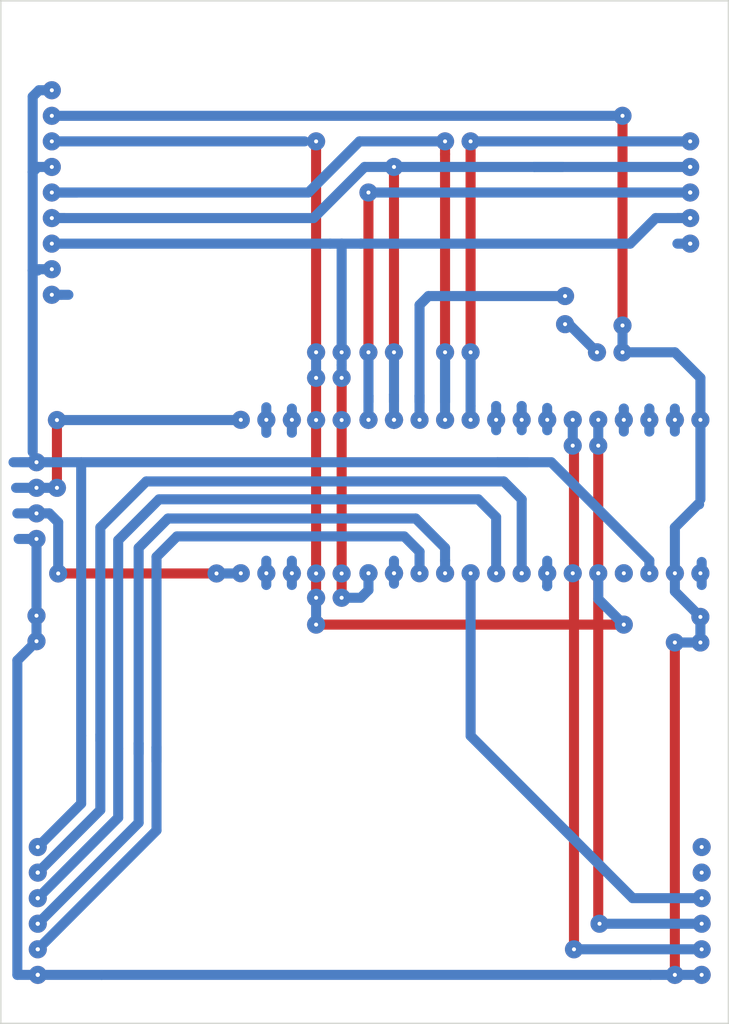
<source format=kicad_pcb>
(kicad_pcb (version 20171130) (host pcbnew "(5.0.1-3-g963ef8bb5)")

  (general
    (thickness 1.6)
    (drawings 5)
    (tracks 361)
    (zones 0)
    (modules 0)
    (nets 1)
  )

  (page A4)
  (layers
    (0 F.Cu signal)
    (31 B.Cu signal)
    (32 B.Adhes user)
    (33 F.Adhes user)
    (34 B.Paste user)
    (35 F.Paste user)
    (36 B.SilkS user)
    (37 F.SilkS user)
    (38 B.Mask user)
    (39 F.Mask user)
    (40 Dwgs.User user)
    (41 Cmts.User user)
    (42 Eco1.User user)
    (43 Eco2.User user)
    (44 Edge.Cuts user)
    (45 Margin user)
    (46 B.CrtYd user)
    (47 F.CrtYd user)
    (48 B.Fab user)
    (49 F.Fab user)
  )

  (setup
    (last_trace_width 1)
    (trace_clearance 0.2)
    (zone_clearance 0.508)
    (zone_45_only no)
    (trace_min 0.2)
    (segment_width 0.2)
    (edge_width 0.15)
    (via_size 1.8)
    (via_drill 0.4)
    (via_min_size 0.4)
    (via_min_drill 0.3)
    (uvia_size 0.3)
    (uvia_drill 0.1)
    (uvias_allowed no)
    (uvia_min_size 0.2)
    (uvia_min_drill 0.1)
    (pcb_text_width 0.3)
    (pcb_text_size 1.5 1.5)
    (mod_edge_width 0.15)
    (mod_text_size 1 1)
    (mod_text_width 0.15)
    (pad_size 1.524 1.524)
    (pad_drill 0.762)
    (pad_to_mask_clearance 0.051)
    (solder_mask_min_width 0.25)
    (aux_axis_origin 0 0)
    (visible_elements FFFFFF7F)
    (pcbplotparams
      (layerselection 0x010fc_ffffffff)
      (usegerberextensions false)
      (usegerberattributes false)
      (usegerberadvancedattributes false)
      (creategerberjobfile false)
      (excludeedgelayer true)
      (linewidth 0.150000)
      (plotframeref false)
      (viasonmask false)
      (mode 1)
      (useauxorigin false)
      (hpglpennumber 1)
      (hpglpenspeed 20)
      (hpglpendiameter 15.000000)
      (psnegative false)
      (psa4output false)
      (plotreference true)
      (plotvalue true)
      (plotinvisibletext false)
      (padsonsilk false)
      (subtractmaskfromsilk false)
      (outputformat 1)
      (mirror false)
      (drillshape 1)
      (scaleselection 1)
      (outputdirectory ""))
  )

  (net 0 "")

  (net_class Default "This is the default net class."
    (clearance 0.2)
    (trace_width 1)
    (via_dia 1.8)
    (via_drill 0.4)
    (uvia_dia 0.3)
    (uvia_drill 0.1)
  )

  (net_class neti ""
    (clearance 0.2)
    (trace_width 0.8)
    (via_dia 3)
    (via_drill 0.4)
    (uvia_dia 0.3)
    (uvia_drill 0.1)
  )

  (gr_text "V2 PSRAM\n" (at 167.005 32.258) (layer Eco2.User)
    (effects (font (size 1.5 1.5) (thickness 0.3)))
  )
  (gr_line (start 145.161 130.683) (end 145.161 29.083) (layer Edge.Cuts) (width 0.15) (tstamp 5DC5CC49))
  (gr_line (start 217.551 29.083) (end 217.551 130.683) (layer Edge.Cuts) (width 0.15) (tstamp 5DC5CC48))
  (gr_line (start 145.161 29.083) (end 217.551 29.083) (layer Edge.Cuts) (width 0.15) (tstamp 5DC5CC47))
  (gr_line (start 145.161 130.683) (end 217.551 130.683) (layer Edge.Cuts) (width 0.15) (tstamp 5DC5CC46))

  (segment (start 148.844 125.857) (end 155.194 125.857) (width 1) (layer B.Cu) (net 0) (tstamp 5DC5CAE5))
  (segment (start 212.471 50.673) (end 213.741 50.673) (width 1) (layer B.Cu) (net 0) (tstamp 5DC5CAEC))
  (segment (start 212.471 53.213) (end 213.741 53.213) (width 1) (layer B.Cu) (net 0) (tstamp 5DC5CAED))
  (segment (start 150.241 48.133) (end 152.781 48.133) (width 1) (layer B.Cu) (net 0) (tstamp 5DC5CAF2))
  (segment (start 150.241 50.673) (end 151.511 50.673) (width 1) (layer B.Cu) (net 0) (tstamp 5DC5CAF4))
  (segment (start 155.194 125.857) (end 209.804 125.857) (width 1) (layer B.Cu) (net 0) (tstamp 5DC5CB2B))
  (segment (start 209.804 125.857) (end 212.217 125.857) (width 1) (layer B.Cu) (net 0) (tstamp 5DC5CB54))
  (via (at 196.979941 85.957485) (size 0.8) (drill 0.4) (layers F.Cu B.Cu) (net 0) (tstamp 5DC5CB68))
  (via (at 148.844 115.697) (size 0.8) (drill 0.4) (layers F.Cu B.Cu) (net 0) (tstamp 5DC5CB6E))
  (via (at 213.741 53.213) (size 0.8) (drill 0.4) (layers F.Cu B.Cu) (net 0) (tstamp 5DC5CB6F))
  (via (at 213.741 50.673) (size 0.8) (drill 0.4) (layers F.Cu B.Cu) (net 0) (tstamp 5DC5CB70))
  (via (at 148.844 118.237) (size 0.8) (drill 0.4) (layers F.Cu B.Cu) (net 0) (tstamp 5DC5CB71))
  (via (at 213.741 48.133) (size 0.8) (drill 0.4) (layers F.Cu B.Cu) (net 0) (tstamp 5DC5CB73))
  (via (at 148.844 123.317) (size 0.8) (drill 0.4) (layers F.Cu B.Cu) (net 0) (tstamp 5DC5CB74))
  (via (at 148.844 125.857) (size 0.8) (drill 0.4) (layers F.Cu B.Cu) (net 0) (tstamp 5DC5CB75))
  (via (at 213.741 45.593) (size 0.8) (drill 0.4) (layers F.Cu B.Cu) (net 0) (tstamp 5DC5CB76))
  (via (at 148.844 118.237) (size 0.8) (drill 0.4) (layers F.Cu B.Cu) (net 0) (tstamp 5DC5CB7B))
  (via (at 148.844 118.237) (size 0.8) (drill 0.4) (layers F.Cu B.Cu) (net 0) (tstamp 5DC5CB7C))
  (via (at 148.844 120.777) (size 0.8) (drill 0.4) (layers F.Cu B.Cu) (net 0) (tstamp 5DC5CB7D))
  (via (at 196.979941 85.957485) (size 0.8) (drill 0.4) (layers F.Cu B.Cu) (net 0) (tstamp 5DC5CB8B))
  (via (at 196.979941 85.957485) (size 1.2) (drill 0.4) (layers F.Cu B.Cu) (net 0) (tstamp 5DC5CB8C))
  (via (at 204.599941 85.957485) (size 0.8) (drill 0.4) (layers F.Cu B.Cu) (net 0) (tstamp 5DC5CBA5))
  (via (at 196.979941 85.957485) (size 0.8) (drill 0.4) (layers F.Cu B.Cu) (net 0) (tstamp 5DC5CBAB))
  (via (at 196.979941 85.957485) (size 1.5) (drill 0.4) (layers F.Cu B.Cu) (net 0) (tstamp 5DC5CBAC))
  (via (at 213.741 45.593) (size 0.8) (drill 0.4) (layers F.Cu B.Cu) (net 0) (tstamp 5DC5CBB9))
  (via (at 213.741 45.593) (size 1.5) (drill 0.4) (layers F.Cu B.Cu) (net 0) (tstamp 5DC5CBBA))
  (via (at 213.741 48.133) (size 0.8) (drill 0.4) (layers F.Cu B.Cu) (net 0) (tstamp 5DC5CBBB))
  (via (at 213.741 48.133) (size 1.5) (drill 0.4) (layers F.Cu B.Cu) (net 0) (tstamp 5DC5CBBC))
  (via (at 213.741 50.673) (size 0.8) (drill 0.4) (layers F.Cu B.Cu) (net 0) (tstamp 5DC5CBBD))
  (via (at 213.741 50.673) (size 1.5) (drill 0.4) (layers F.Cu B.Cu) (net 0) (tstamp 5DC5CBBE))
  (via (at 213.741 53.213) (size 0.8) (drill 0.4) (layers F.Cu B.Cu) (net 0) (tstamp 5DC5CBBF))
  (via (at 213.741 53.213) (size 1.5) (drill 0.4) (layers F.Cu B.Cu) (net 0) (tstamp 5DC5CBC0))
  (via (at 148.844 115.697) (size 0.8) (drill 0.4) (layers F.Cu B.Cu) (net 0) (tstamp 5DC5CBC1))
  (via (at 148.844 118.237) (size 0.8) (drill 0.4) (layers F.Cu B.Cu) (net 0) (tstamp 5DC5CBC2))
  (via (at 148.844 118.237) (size 1.5) (drill 0.4) (layers F.Cu B.Cu) (net 0) (tstamp 5DC5CBC3))
  (via (at 148.844 120.777) (size 0.8) (drill 0.4) (layers F.Cu B.Cu) (net 0) (tstamp 5DC5CBC4))
  (via (at 148.844 120.777) (size 1.5) (drill 0.4) (layers F.Cu B.Cu) (net 0) (tstamp 5DC5CBC5))
  (via (at 148.844 123.317) (size 0.8) (drill 0.4) (layers F.Cu B.Cu) (net 0) (tstamp 5DC5CBC6))
  (via (at 148.844 123.317) (size 1.5) (drill 0.4) (layers F.Cu B.Cu) (net 0) (tstamp 5DC5CBC7))
  (via (at 148.844 125.857) (size 0.8) (drill 0.4) (layers F.Cu B.Cu) (net 0) (tstamp 5DC5CBC8))
  (via (at 148.844 125.857) (size 1.5) (drill 0.4) (layers F.Cu B.Cu) (net 0) (tstamp 5DC5CBC9))
  (via (at 148.844 115.697) (size 0.8) (drill 0.4) (layers F.Cu B.Cu) (net 0) (tstamp 5DC5CBCA))
  (via (at 148.844 115.697) (size 1.5) (drill 0.4) (layers F.Cu B.Cu) (net 0) (tstamp 5DC5CBCB))
  (via (at 148.844 115.697) (size 0.8) (drill 0.4) (layers F.Cu B.Cu) (net 0) (tstamp 5DC5CBCC))
  (via (at 148.844 115.697) (size 1.8) (drill 0.4) (layers F.Cu B.Cu) (net 0) (tstamp 5DC5CBCD))
  (via (at 148.844 118.237) (size 0.8) (drill 0.4) (layers F.Cu B.Cu) (net 0) (tstamp 5DC5CBCE))
  (via (at 148.844 118.237) (size 1.8) (drill 0.4) (layers F.Cu B.Cu) (net 0) (tstamp 5DC5CBCF))
  (via (at 148.844 120.777) (size 0.8) (drill 0.4) (layers F.Cu B.Cu) (net 0) (tstamp 5DC5CBD0))
  (via (at 148.844 120.777) (size 1.8) (drill 0.4) (layers F.Cu B.Cu) (net 0) (tstamp 5DC5CBD1))
  (via (at 148.844 123.317) (size 0.8) (drill 0.4) (layers F.Cu B.Cu) (net 0) (tstamp 5DC5CBD2))
  (via (at 148.844 123.317) (size 1.8) (drill 0.4) (layers F.Cu B.Cu) (net 0) (tstamp 5DC5CBD3))
  (via (at 148.844 125.857) (size 0.8) (drill 0.4) (layers F.Cu B.Cu) (net 0) (tstamp 5DC5CBD4))
  (via (at 148.844 125.857) (size 1.8) (drill 0.4) (layers F.Cu B.Cu) (net 0) (tstamp 5DC5CBD5))
  (via (at 213.741 45.593) (size 0.8) (drill 0.4) (layers F.Cu B.Cu) (net 0) (tstamp 5DC5CBD6))
  (via (at 213.741 45.593) (size 1.8) (drill 0.4) (layers F.Cu B.Cu) (net 0) (tstamp 5DC5CBD7))
  (via (at 213.741 48.133) (size 0.8) (drill 0.4) (layers F.Cu B.Cu) (net 0) (tstamp 5DC5CBD8))
  (via (at 213.741 48.133) (size 1.8) (drill 0.4) (layers F.Cu B.Cu) (net 0) (tstamp 5DC5CBD9))
  (via (at 213.741 50.673) (size 0.8) (drill 0.4) (layers F.Cu B.Cu) (net 0) (tstamp 5DC5CBDA))
  (via (at 213.741 50.673) (size 1.8) (drill 0.4) (layers F.Cu B.Cu) (net 0) (tstamp 5DC5CBDB))
  (via (at 213.741 53.213) (size 0.8) (drill 0.4) (layers F.Cu B.Cu) (net 0) (tstamp 5DC5CBDC))
  (via (at 213.741 53.213) (size 1.8) (drill 0.4) (layers F.Cu B.Cu) (net 0) (tstamp 5DC5CBDD))
  (via (at 181.739941 85.957485) (size 1.8) (drill 0.4) (layers F.Cu B.Cu) (net 0) (tstamp 5DC5CBDF))
  (via (at 184.279941 85.957485) (size 1.8) (drill 0.4) (layers F.Cu B.Cu) (net 0) (tstamp 5DC5CBE1))
  (via (at 186.819941 85.957485) (size 1.8) (drill 0.4) (layers F.Cu B.Cu) (net 0) (tstamp 5DC5CBE3))
  (via (at 189.359941 85.957485) (size 1.8) (drill 0.4) (layers F.Cu B.Cu) (net 0) (tstamp 5DC5CBE5))
  (via (at 191.899941 85.957485) (size 1.8) (drill 0.4) (layers F.Cu B.Cu) (net 0) (tstamp 5DC5CBE7))
  (via (at 196.979941 85.957485) (size 0.8) (drill 0.4) (layers F.Cu B.Cu) (net 0) (tstamp 5DC5CBEA))
  (via (at 196.979941 85.957485) (size 1.8) (drill 0.4) (layers F.Cu B.Cu) (net 0) (tstamp 5DC5CBEB))
  (via (at 199.519941 85.957485) (size 1.8) (drill 0.4) (layers F.Cu B.Cu) (net 0) (tstamp 5DC5CBED))
  (via (at 202.059941 85.957485) (size 1.8) (drill 0.4) (layers F.Cu B.Cu) (net 0) (tstamp 5DC5CBEF))
  (via (at 204.599941 85.957485) (size 0.8) (drill 0.4) (layers F.Cu B.Cu) (net 0) (tstamp 5DC5CBF0))
  (via (at 204.599941 85.957485) (size 1.8) (drill 0.4) (layers F.Cu B.Cu) (net 0) (tstamp 5DC5CBF1))
  (via (at 207.139941 85.957485) (size 1.8) (drill 0.4) (layers F.Cu B.Cu) (net 0) (tstamp 5DC5CBF3))
  (via (at 209.679941 85.957485) (size 1.8) (drill 0.4) (layers F.Cu B.Cu) (net 0) (tstamp 5DC5CBF5))
  (via (at 212.219941 85.957485) (size 1.8) (drill 0.4) (layers F.Cu B.Cu) (net 0) (tstamp 5DC5CBF7))
  (via (at 214.884 125.857) (size 1.8) (drill 0.4) (layers F.Cu B.Cu) (net 0) (tstamp 5DC5CBFA))
  (via (at 214.884 123.317) (size 1.8) (drill 0.4) (layers F.Cu B.Cu) (net 0) (tstamp 5DC5CBFB))
  (via (at 214.884 120.777) (size 1.8) (drill 0.4) (layers F.Cu B.Cu) (net 0) (tstamp 5DC5CBFC))
  (via (at 214.884 118.237) (size 1.8) (drill 0.4) (layers F.Cu B.Cu) (net 0) (tstamp 5DC5CBFD))
  (via (at 214.884 115.697) (size 1.8) (drill 0.4) (layers F.Cu B.Cu) (net 0) (tstamp 5DC5CBFE))
  (via (at 214.884 113.157) (size 1.8) (drill 0.4) (layers F.Cu B.Cu) (net 0) (tstamp 5DC5CBFF))
  (via (at 148.717 92.71) (size 1.8) (drill 0.4) (layers F.Cu B.Cu) (net 0) (tstamp 5DC5CC0B))
  (via (at 148.844 113.157) (size 1.8) (drill 0.4) (layers F.Cu B.Cu) (net 0) (tstamp 5DC5CC0D))
  (via (at 214.757 90.297) (size 1.8) (drill 0.4) (layers F.Cu B.Cu) (net 0) (tstamp 5DC5CC0E))
  (via (at 214.757 92.837) (size 1.8) (drill 0.4) (layers F.Cu B.Cu) (net 0) (tstamp 5DC5CC0F))
  (via (at 150.241 48.133) (size 1.8) (drill 0.4) (layers F.Cu B.Cu) (net 0) (tstamp 5DC5CC10))
  (via (at 150.241 45.593) (size 1.8) (drill 0.4) (layers F.Cu B.Cu) (net 0) (tstamp 5DC5CC11))
  (via (at 150.241 50.673) (size 1.8) (drill 0.4) (layers F.Cu B.Cu) (net 0) (tstamp 5DC5CC12))
  (via (at 150.241 53.213) (size 1.8) (drill 0.4) (layers F.Cu B.Cu) (net 0) (tstamp 5DC5CC13))
  (via (at 150.241 43.053) (size 1.8) (drill 0.4) (layers F.Cu B.Cu) (net 0) (tstamp 5DC5CC14))
  (via (at 150.241 40.513) (size 1.8) (drill 0.4) (layers F.Cu B.Cu) (net 0) (tstamp 5DC5CC15))
  (via (at 150.241 55.753) (size 1.8) (drill 0.4) (layers F.Cu B.Cu) (net 0) (tstamp 5DC5CC16))
  (via (at 150.241 58.293) (size 1.8) (drill 0.4) (layers F.Cu B.Cu) (net 0) (tstamp 5DC5CC17))
  (via (at 150.241 37.973) (size 1.8) (drill 0.4) (layers F.Cu B.Cu) (net 0) (tstamp 5DC5CC18))
  (via (at 181.739941 70.717485) (size 1.8) (drill 0.4) (layers F.Cu B.Cu) (net 0) (tstamp 5DC5CC19))
  (via (at 184.279941 70.717485) (size 1.8) (drill 0.4) (layers F.Cu B.Cu) (net 0) (tstamp 5DC5CC1A))
  (via (at 186.819941 70.717485) (size 1.8) (drill 0.4) (layers F.Cu B.Cu) (net 0) (tstamp 5DC5CC1B))
  (via (at 191.899941 70.717485) (size 1.8) (drill 0.4) (layers F.Cu B.Cu) (net 0) (tstamp 5DC5CC1D))
  (via (at 194.439941 70.717485) (size 1.8) (drill 0.4) (layers F.Cu B.Cu) (net 0) (tstamp 5DC5CC1E))
  (via (at 196.979941 70.717485) (size 1.8) (drill 0.4) (layers F.Cu B.Cu) (net 0) (tstamp 5DC5CC1F))
  (via (at 199.519941 70.717485) (size 1.8) (drill 0.4) (layers F.Cu B.Cu) (net 0) (tstamp 5DC5CC20))
  (via (at 202.059941 70.717485) (size 1.8) (drill 0.4) (layers F.Cu B.Cu) (net 0) (tstamp 5DC5CC21))
  (via (at 204.599941 70.717485) (size 1.8) (drill 0.4) (layers F.Cu B.Cu) (net 0) (tstamp 5DC5CC22))
  (via (at 207.139941 70.717485) (size 1.8) (drill 0.4) (layers F.Cu B.Cu) (net 0) (tstamp 5DC5CC23))
  (via (at 209.679941 70.717485) (size 1.8) (drill 0.4) (layers F.Cu B.Cu) (net 0) (tstamp 5DC5CC24))
  (via (at 212.219941 70.717485) (size 1.8) (drill 0.4) (layers F.Cu B.Cu) (net 0) (tstamp 5DC5CC25))
  (via (at 214.759941 70.717485) (size 1.8) (drill 0.4) (layers F.Cu B.Cu) (net 0) (tstamp 5DC5CC26))
  (via (at 213.741 43.053) (size 1.8) (drill 0.4) (layers F.Cu B.Cu) (net 0) (tstamp 5DC5CC3F))
  (via (at 148.717 90.17) (size 1.8) (drill 0.4) (layers F.Cu B.Cu) (net 0) (tstamp 5DC5CC0C))
  (segment (start 210.312 50.673) (end 213.741 50.673) (width 1) (layer B.Cu) (net 0))
  (segment (start 207.772 53.213) (end 210.312 50.673) (width 1) (layer B.Cu) (net 0))
  (segment (start 150.241 53.213) (end 177.927 53.213) (width 1) (layer B.Cu) (net 0))
  (segment (start 180.975 53.213) (end 180.977941 53.215941) (width 1) (layer B.Cu) (net 0))
  (segment (start 180.975 53.213) (end 207.772 53.213) (width 1) (layer B.Cu) (net 0))
  (segment (start 212.219941 87.759941) (end 214.757 90.297) (width 1) (layer B.Cu) (net 0))
  (segment (start 212.219941 85.957485) (end 212.219941 87.759941) (width 1) (layer B.Cu) (net 0))
  (via (at 181.737 48.133) (size 1.8) (drill 0.4) (layers F.Cu B.Cu) (net 0))
  (segment (start 213.741 48.133) (end 181.737 48.133) (width 1) (layer B.Cu) (net 0))
  (segment (start 181.737 70.714544) (end 181.739941 70.717485) (width 1) (layer B.Cu) (net 0))
  (via (at 184.277 45.593) (size 1.8) (drill 0.4) (layers F.Cu B.Cu) (net 0))
  (segment (start 184.277 45.593) (end 184.277 64.008) (width 1) (layer F.Cu) (net 0))
  (segment (start 198.247 45.593) (end 213.741 45.593) (width 1) (layer B.Cu) (net 0))
  (segment (start 198.247 45.593) (end 201.041 45.593) (width 1) (layer B.Cu) (net 0))
  (segment (start 186.819941 83.82) (end 186.692941 83.693) (width 1) (layer B.Cu) (net 0))
  (via (at 148.717 82.55) (size 1.8) (drill 0.4) (layers F.Cu B.Cu) (net 0) (tstamp 5DC69DC9))
  (via (at 148.717 80.01) (size 1.8) (drill 0.4) (layers F.Cu B.Cu) (net 0) (tstamp 5DC69DCA))
  (via (at 148.717 77.47) (size 1.8) (drill 0.4) (layers F.Cu B.Cu) (net 0) (tstamp 5DC69DCB))
  (via (at 148.717 74.93) (size 1.8) (drill 0.4) (layers F.Cu B.Cu) (net 0) (tstamp 5DC69DCC))
  (segment (start 186.819941 85.957485) (end 186.819941 83.82) (width 1) (layer B.Cu) (net 0))
  (via (at 194.439941 85.957485) (size 1.8) (drill 0.4) (layers F.Cu B.Cu) (net 0) (tstamp 5DC5CBE9))
  (via (at 214.759941 85.957485) (size 1.8) (drill 0.4) (layers F.Cu B.Cu) (net 0) (tstamp 5DC5CBF9))
  (via (at 189.359941 70.717485) (size 1.8) (drill 0.4) (layers F.Cu B.Cu) (net 0) (tstamp 5DC5CC1C))
  (via (at 169.039941 70.717485) (size 1.8) (drill 0.4) (layers F.Cu B.Cu) (net 0) (tstamp 5DC6A067))
  (via (at 171.579941 70.717485) (size 1.8) (drill 0.4) (layers F.Cu B.Cu) (net 0) (tstamp 5DC6A068))
  (via (at 174.119941 70.717485) (size 1.8) (drill 0.4) (layers F.Cu B.Cu) (net 0) (tstamp 5DC6A069))
  (via (at 181.739941 70.717485) (size 1.8) (drill 0.4) (layers F.Cu B.Cu) (net 0) (tstamp 5DC6A06C))
  (via (at 184.279941 70.717485) (size 1.8) (drill 0.4) (layers F.Cu B.Cu) (net 0) (tstamp 5DC6A06D))
  (via (at 169.039941 85.957485) (size 1.8) (drill 0.4) (layers F.Cu B.Cu) (net 0) (tstamp 5DC6A067))
  (via (at 171.579941 85.957485) (size 1.8) (drill 0.4) (layers F.Cu B.Cu) (net 0) (tstamp 5DC6A068))
  (via (at 174.119941 85.957485) (size 1.8) (drill 0.4) (layers F.Cu B.Cu) (net 0) (tstamp 5DC6A069))
  (via (at 181.739941 85.957485) (size 1.8) (drill 0.4) (layers F.Cu B.Cu) (net 0) (tstamp 5DC6A06C))
  (via (at 184.279941 85.957485) (size 1.8) (drill 0.4) (layers F.Cu B.Cu) (net 0) (tstamp 5DC6A06D))
  (via (at 179.07 88.392) (size 1.8) (drill 0.4) (layers F.Cu B.Cu) (net 0))
  (segment (start 148.717 74.93) (end 151.765 74.93) (width 1) (layer B.Cu) (net 0))
  (segment (start 148.717 82.55) (end 148.717 90.17) (width 1) (layer B.Cu) (net 0))
  (via (at 166.624 85.979) (size 1.8) (drill 0.4) (layers F.Cu B.Cu) (net 0))
  (segment (start 153.162 102.108) (end 153.162 74.93) (width 1) (layer B.Cu) (net 0))
  (segment (start 151.765 74.93) (end 153.162 74.93) (width 1) (layer B.Cu) (net 0))
  (via (at 150.749 77.47) (size 1.8) (drill 0.4) (layers F.Cu B.Cu) (net 0))
  (via (at 150.876 85.979) (size 1.8) (drill 0.4) (layers F.Cu B.Cu) (net 0))
  (segment (start 148.717 77.47) (end 150.749 77.47) (width 1) (layer B.Cu) (net 0))
  (segment (start 186.817 70.714544) (end 186.819941 70.717485) (width 1) (layer B.Cu) (net 0))
  (via (at 189.357 43.053) (size 1.8) (drill 0.4) (layers F.Cu B.Cu) (net 0))
  (segment (start 189.357 44.325792) (end 189.357 64.008) (width 1) (layer F.Cu) (net 0))
  (segment (start 189.357 43.053) (end 189.357 44.325792) (width 1) (layer F.Cu) (net 0))
  (via (at 191.897 43.053) (size 1.8) (drill 0.4) (layers F.Cu B.Cu) (net 0))
  (segment (start 213.741 43.053) (end 191.897 43.053) (width 1) (layer B.Cu) (net 0))
  (segment (start 191.897 44.325792) (end 191.897 64.008) (width 1) (layer F.Cu) (net 0))
  (segment (start 191.897 43.053) (end 191.897 44.325792) (width 1) (layer F.Cu) (net 0))
  (via (at 150.749 70.739) (size 1.8) (drill 0.4) (layers F.Cu B.Cu) (net 0))
  (segment (start 150.749 70.739) (end 150.749 77.47) (width 1) (layer F.Cu) (net 0))
  (segment (start 169.018426 70.739) (end 169.039941 70.717485) (width 1) (layer B.Cu) (net 0))
  (segment (start 150.749 70.739) (end 169.018426 70.739) (width 1) (layer B.Cu) (net 0))
  (segment (start 169.018426 85.979) (end 169.039941 85.957485) (width 1) (layer B.Cu) (net 0))
  (segment (start 166.624 85.979) (end 169.018426 85.979) (width 1) (layer B.Cu) (net 0))
  (segment (start 149.989792 80.01) (end 150.876 80.896208) (width 1) (layer B.Cu) (net 0))
  (segment (start 148.717 80.01) (end 149.989792 80.01) (width 1) (layer B.Cu) (net 0))
  (segment (start 150.876 80.896208) (end 150.876 85.979) (width 1) (layer B.Cu) (net 0))
  (segment (start 152.148792 85.979) (end 166.624 85.979) (width 1) (layer F.Cu) (net 0))
  (segment (start 150.876 85.979) (end 152.148792 85.979) (width 1) (layer F.Cu) (net 0))
  (via (at 176.53 43.053) (size 1.8) (drill 0.4) (layers F.Cu B.Cu) (net 0))
  (segment (start 150.241 43.053) (end 175.387 43.053) (width 1) (layer B.Cu) (net 0))
  (segment (start 195.201941 76.835) (end 196.979941 78.613) (width 1) (layer B.Cu) (net 0))
  (segment (start 159.639 76.835) (end 195.201941 76.835) (width 1) (layer B.Cu) (net 0))
  (segment (start 155.067 81.407) (end 159.639 76.835) (width 1) (layer B.Cu) (net 0))
  (segment (start 196.979941 78.613) (end 196.979941 85.957485) (width 1) (layer B.Cu) (net 0))
  (segment (start 192.661941 78.613) (end 194.439941 80.391) (width 1) (layer B.Cu) (net 0))
  (segment (start 156.845 103.378) (end 156.845 82.677) (width 1) (layer B.Cu) (net 0))
  (segment (start 160.909 78.613) (end 192.661941 78.613) (width 1) (layer B.Cu) (net 0))
  (segment (start 194.439941 80.391) (end 194.439941 85.957485) (width 1) (layer B.Cu) (net 0))
  (segment (start 156.845 82.677) (end 160.909 78.613) (width 1) (layer B.Cu) (net 0))
  (segment (start 158.877 83.439) (end 161.798 80.518) (width 1) (layer B.Cu) (net 0))
  (segment (start 160.655 84.328) (end 162.687 82.296) (width 1) (layer B.Cu) (net 0))
  (segment (start 185.295941 82.296) (end 186.819941 83.82) (width 1) (layer B.Cu) (net 0))
  (segment (start 162.687 82.296) (end 185.295941 82.296) (width 1) (layer B.Cu) (net 0))
  (segment (start 181.718426 85.979) (end 181.739941 85.957485) (width 1) (layer B.Cu) (net 0))
  (via (at 179.07 66.548) (size 1.8) (drill 0.4) (layers F.Cu B.Cu) (net 0))
  (segment (start 179.07 65.275208) (end 179.07 64.135) (width 1) (layer B.Cu) (net 0))
  (segment (start 179.07 66.548) (end 179.07 65.275208) (width 1) (layer B.Cu) (net 0))
  (segment (start 179.07 53.213) (end 180.975 53.213) (width 1) (layer B.Cu) (net 0))
  (segment (start 177.927 53.213) (end 179.07 53.213) (width 1) (layer B.Cu) (net 0))
  (segment (start 176.276 50.673) (end 181.356 45.593) (width 1) (layer B.Cu) (net 0))
  (segment (start 150.241 50.673) (end 176.276 50.673) (width 1) (layer B.Cu) (net 0))
  (segment (start 181.356 45.593) (end 198.247 45.593) (width 1) (layer B.Cu) (net 0))
  (segment (start 180.848 43.053) (end 189.357 43.053) (width 1) (layer B.Cu) (net 0))
  (segment (start 175.768 48.133) (end 180.848 43.053) (width 1) (layer B.Cu) (net 0))
  (segment (start 150.241 48.133) (end 175.768 48.133) (width 1) (layer B.Cu) (net 0))
  (via (at 176.53 66.548) (size 1.8) (drill 0.4) (layers F.Cu B.Cu) (net 0))
  (via (at 176.53 64.008) (size 1.8) (drill 0.4) (layers F.Cu B.Cu) (net 0))
  (segment (start 179.07 64.135) (end 179.07 53.213) (width 1) (layer B.Cu) (net 0) (tstamp 5DC6D649))
  (via (at 179.07 64.008) (size 1.8) (drill 0.4) (layers F.Cu B.Cu) (net 0))
  (segment (start 181.737 64.008) (end 181.737 48.133) (width 1) (layer F.Cu) (net 0) (tstamp 5DC6D64B))
  (via (at 181.737 64.008) (size 1.8) (drill 0.4) (layers F.Cu B.Cu) (net 0))
  (via (at 184.277 64.008) (size 1.8) (drill 0.4) (layers F.Cu B.Cu) (net 0))
  (via (at 189.357 64.008) (size 1.8) (drill 0.4) (layers F.Cu B.Cu) (net 0))
  (via (at 191.897 64.008) (size 1.8) (drill 0.4) (layers F.Cu B.Cu) (net 0))
  (segment (start 184.279941 64.010941) (end 184.277 64.008) (width 1) (layer B.Cu) (net 0))
  (segment (start 181.739941 64.010941) (end 181.737 64.008) (width 1) (layer B.Cu) (net 0))
  (segment (start 189.359941 64.010941) (end 189.357 64.008) (width 1) (layer B.Cu) (net 0))
  (segment (start 189.359941 68.939485) (end 189.359941 64.010941) (width 1) (layer B.Cu) (net 0))
  (segment (start 176.53 43.053) (end 176.53 64.008) (width 1) (layer F.Cu) (net 0))
  (via (at 176.53 88.392) (size 1.8) (drill 0.4) (layers F.Cu B.Cu) (net 0))
  (via (at 176.53 91.059) (size 1.8) (drill 0.4) (layers F.Cu B.Cu) (net 0))
  (via (at 207.137 91.059) (size 1.8) (drill 0.4) (layers F.Cu B.Cu) (net 0))
  (segment (start 207.139941 91.056059) (end 207.137 91.059) (width 1) (layer B.Cu) (net 0))
  (segment (start 176.53 88.392) (end 176.53 91.059) (width 1) (layer B.Cu) (net 0))
  (segment (start 176.53 91.059) (end 207.137 91.059) (width 1) (layer F.Cu) (net 0))
  (segment (start 176.53 64.008) (end 176.53 66.548) (width 1) (layer B.Cu) (net 0))
  (segment (start 214.757 90.297) (end 214.757 92.837) (width 1) (layer B.Cu) (net 0))
  (segment (start 148.717 92.71) (end 148.717 90.17) (width 1) (layer B.Cu) (net 0))
  (segment (start 181.739941 85.957485) (end 181.504515 85.957485) (width 1) (layer B.Cu) (net 0))
  (via (at 202.057 73.279) (size 1.8) (drill 0.4) (layers F.Cu B.Cu) (net 0))
  (via (at 204.597 73.279) (size 1.8) (drill 0.4) (layers F.Cu B.Cu) (net 0))
  (segment (start 204.599941 73.276059) (end 204.597 73.279) (width 1) (layer B.Cu) (net 0))
  (segment (start 204.599941 70.717485) (end 204.599941 73.276059) (width 1) (layer B.Cu) (net 0))
  (segment (start 202.059941 73.276059) (end 202.057 73.279) (width 1) (layer B.Cu) (net 0))
  (segment (start 202.059941 70.717485) (end 202.059941 73.276059) (width 1) (layer B.Cu) (net 0))
  (segment (start 204.724 120.777) (end 214.884 120.777) (width 1) (layer B.Cu) (net 0) (tstamp 5DC6DB22))
  (via (at 204.724 120.777) (size 1.8) (drill 0.4) (layers F.Cu B.Cu) (net 0))
  (segment (start 202.184 123.317) (end 214.884 123.317) (width 1) (layer B.Cu) (net 0) (tstamp 5DC6DB29))
  (via (at 202.184 123.317) (size 1.8) (drill 0.4) (layers F.Cu B.Cu) (net 0))
  (segment (start 209.679941 84.684693) (end 199.925248 74.93) (width 1) (layer B.Cu) (net 0))
  (segment (start 199.925248 74.93) (end 194.564 74.93) (width 1) (layer B.Cu) (net 0))
  (segment (start 194.564 74.93) (end 197.612 74.93) (width 1) (layer B.Cu) (net 0))
  (segment (start 153.162 74.93) (end 194.564 74.93) (width 1) (layer B.Cu) (net 0))
  (segment (start 209.679941 84.684693) (end 209.679941 85.957485) (width 1) (layer B.Cu) (net 0))
  (via (at 201.295 58.42) (size 1.8) (drill 0.4) (layers F.Cu B.Cu) (net 0))
  (via (at 201.295 61.214) (size 1.8) (drill 0.4) (layers F.Cu B.Cu) (net 0))
  (segment (start 187.706 58.42) (end 186.819941 59.306059) (width 1) (layer B.Cu) (net 0))
  (segment (start 201.295 58.42) (end 187.706 58.42) (width 1) (layer B.Cu) (net 0))
  (via (at 204.47 64.008) (size 1.8) (drill 0.4) (layers F.Cu B.Cu) (net 0))
  (via (at 207.01 64.008) (size 1.8) (drill 0.4) (layers F.Cu B.Cu) (net 0))
  (segment (start 201.676 61.214) (end 204.47 64.008) (width 1) (layer B.Cu) (net 0))
  (segment (start 201.295 61.214) (end 201.676 61.214) (width 1) (layer B.Cu) (net 0))
  (segment (start 212.217 69.596) (end 212.217 71.882) (width 1) (layer B.Cu) (net 0))
  (segment (start 209.679941 70.717485) (end 209.679941 69.598941) (width 1) (layer B.Cu) (net 0))
  (segment (start 209.679941 69.598941) (end 209.677 69.601882) (width 1) (layer B.Cu) (net 0))
  (segment (start 209.677 69.601882) (end 209.677 71.882) (width 1) (layer B.Cu) (net 0))
  (segment (start 207.139941 70.717485) (end 207.139941 69.598941) (width 1) (layer B.Cu) (net 0))
  (segment (start 207.139941 69.598941) (end 207.137 69.601882) (width 1) (layer B.Cu) (net 0))
  (segment (start 207.139941 70.717485) (end 207.139941 71.879059) (width 1) (layer B.Cu) (net 0))
  (segment (start 199.519941 85.957485) (end 199.519941 84.711941) (width 1) (layer B.Cu) (net 0))
  (segment (start 199.519941 87.230277) (end 199.501218 87.249) (width 1) (layer B.Cu) (net 0))
  (segment (start 199.519941 85.957485) (end 199.519941 87.230277) (width 1) (layer B.Cu) (net 0))
  (segment (start 214.884 84.836) (end 214.884 87.122) (width 1) (layer B.Cu) (net 0))
  (segment (start 184.277 84.709) (end 184.277 86.995) (width 1) (layer B.Cu) (net 0))
  (segment (start 171.577 69.469) (end 171.577 72.009) (width 1) (layer B.Cu) (net 0))
  (segment (start 174.119941 70.717485) (end 174.119941 69.598941) (width 1) (layer B.Cu) (net 0))
  (segment (start 174.119941 71.990277) (end 174.117 71.993218) (width 1) (layer B.Cu) (net 0))
  (segment (start 174.119941 70.717485) (end 174.119941 71.990277) (width 1) (layer B.Cu) (net 0))
  (segment (start 174.117 84.709) (end 174.117 87.122) (width 1) (layer B.Cu) (net 0))
  (segment (start 171.577 84.709) (end 171.577 87.122) (width 1) (layer B.Cu) (net 0))
  (via (at 176.53 70.739) (size 1.8) (drill 0.4) (layers F.Cu B.Cu) (net 0))
  (via (at 179.07 70.739) (size 1.8) (drill 0.4) (layers F.Cu B.Cu) (net 0))
  (via (at 176.53 85.979) (size 1.8) (drill 0.4) (layers F.Cu B.Cu) (net 0))
  (segment (start 179.07 66.548) (end 179.07 85.979) (width 1) (layer F.Cu) (net 0))
  (segment (start 176.53 66.548) (end 176.53 88.392) (width 1) (layer F.Cu) (net 0))
  (segment (start 189.357 70.714544) (end 189.359941 70.717485) (width 1) (layer B.Cu) (net 0))
  (segment (start 189.357 64.008) (end 189.357 70.714544) (width 1) (layer B.Cu) (net 0))
  (segment (start 186.819941 70.717485) (end 186.819941 68.326) (width 1) (layer B.Cu) (net 0))
  (segment (start 186.819941 68.326) (end 186.819941 59.306059) (width 1) (layer B.Cu) (net 0))
  (segment (start 186.819941 68.939485) (end 186.819941 68.326) (width 1) (layer B.Cu) (net 0))
  (segment (start 184.279941 70.717485) (end 184.279941 68.199) (width 1) (layer B.Cu) (net 0))
  (segment (start 184.279941 68.199) (end 184.279941 64.010941) (width 1) (layer B.Cu) (net 0))
  (segment (start 184.279941 68.939485) (end 184.279941 68.199) (width 1) (layer B.Cu) (net 0))
  (segment (start 181.739941 70.717485) (end 181.739941 68.326) (width 1) (layer B.Cu) (net 0))
  (segment (start 181.739941 68.326) (end 181.739941 64.010941) (width 1) (layer B.Cu) (net 0))
  (segment (start 181.739941 68.939485) (end 181.739941 68.326) (width 1) (layer B.Cu) (net 0))
  (segment (start 196.979941 69.344941) (end 196.979941 71.752059) (width 1) (layer B.Cu) (net 0))
  (segment (start 196.977 69.342) (end 196.979941 69.344941) (width 1) (layer B.Cu) (net 0))
  (segment (start 194.439941 69.344941) (end 194.439941 71.752059) (width 1) (layer B.Cu) (net 0))
  (segment (start 194.437 69.342) (end 194.439941 69.344941) (width 1) (layer B.Cu) (net 0))
  (segment (start 191.897 69.342) (end 191.899941 69.344941) (width 1) (layer B.Cu) (net 0))
  (segment (start 208.026 118.237) (end 214.884 118.237) (width 1) (layer B.Cu) (net 0))
  (segment (start 191.899941 102.110941) (end 208.026 118.237) (width 1) (layer B.Cu) (net 0))
  (segment (start 191.899941 85.957485) (end 191.899941 102.110941) (width 1) (layer B.Cu) (net 0))
  (segment (start 204.597 120.65) (end 204.724 120.777) (width 1) (layer F.Cu) (net 0))
  (segment (start 204.597 73.279) (end 204.597 120.65) (width 1) (layer F.Cu) (net 0))
  (segment (start 202.184 73.406) (end 202.057 73.279) (width 1) (layer F.Cu) (net 0))
  (segment (start 202.184 123.317) (end 202.184 73.406) (width 1) (layer F.Cu) (net 0))
  (segment (start 160.655 111.506) (end 148.844 123.317) (width 1) (layer B.Cu) (net 0))
  (segment (start 160.655 103.251) (end 160.655 111.506) (width 1) (layer B.Cu) (net 0))
  (segment (start 160.655 104.648) (end 160.655 103.251) (width 1) (layer B.Cu) (net 0))
  (segment (start 160.655 103.251) (end 160.655 84.328) (width 1) (layer B.Cu) (net 0))
  (segment (start 158.877 110.744) (end 148.844 120.777) (width 1) (layer B.Cu) (net 0))
  (segment (start 158.877 102.87) (end 158.877 110.744) (width 1) (layer B.Cu) (net 0))
  (segment (start 158.877 103.886) (end 158.877 102.87) (width 1) (layer B.Cu) (net 0))
  (segment (start 158.877 102.87) (end 158.877 83.439) (width 1) (layer B.Cu) (net 0))
  (segment (start 156.845 110.236) (end 148.844 118.237) (width 1) (layer B.Cu) (net 0))
  (segment (start 156.845 103.378) (end 156.845 110.236) (width 1) (layer B.Cu) (net 0))
  (segment (start 155.067 109.474) (end 148.844 115.697) (width 1) (layer B.Cu) (net 0))
  (segment (start 155.067 101.981) (end 155.067 109.474) (width 1) (layer B.Cu) (net 0))
  (segment (start 155.067 102.616) (end 155.067 101.981) (width 1) (layer B.Cu) (net 0))
  (segment (start 155.067 101.981) (end 155.067 81.407) (width 1) (layer B.Cu) (net 0))
  (segment (start 153.162 108.839) (end 148.844 113.157) (width 1) (layer B.Cu) (net 0))
  (segment (start 153.162 102.108) (end 153.162 108.839) (width 1) (layer B.Cu) (net 0))
  (segment (start 179.07 85.979) (end 179.07 88.392) (width 1) (layer F.Cu) (net 0) (tstamp 5DC6E4E5))
  (via (at 179.07 85.979) (size 1.8) (drill 0.4) (layers F.Cu B.Cu) (net 0))
  (segment (start 181.739941 85.957485) (end 181.739941 87.627059) (width 1) (layer B.Cu) (net 0))
  (segment (start 180.975 88.392) (end 179.07 88.392) (width 1) (layer B.Cu) (net 0))
  (segment (start 181.739941 87.627059) (end 180.975 88.392) (width 1) (layer B.Cu) (net 0))
  (segment (start 146.685 77.47) (end 148.717 77.47) (width 1) (layer B.Cu) (net 0))
  (segment (start 148.717 80.01) (end 146.812 80.01) (width 1) (layer B.Cu) (net 0))
  (segment (start 148.717 82.55) (end 146.939 82.55) (width 1) (layer B.Cu) (net 0))
  (segment (start 148.717 74.93) (end 147.066 74.93) (width 1) (layer B.Cu) (net 0))
  (segment (start 148.717 74.93) (end 146.431 74.93) (width 1) (layer B.Cu) (net 0))
  (segment (start 150.241 58.293) (end 151.257 58.293) (width 1) (layer B.Cu) (net 0))
  (segment (start 150.241 58.293) (end 151.892 58.293) (width 1) (layer B.Cu) (net 0))
  (segment (start 189.359941 84.684693) (end 189.357 84.681752) (width 1) (layer B.Cu) (net 0))
  (segment (start 189.359941 85.957485) (end 189.359941 84.684693) (width 1) (layer B.Cu) (net 0))
  (segment (start 189.357 83.439) (end 186.436 80.518) (width 1) (layer B.Cu) (net 0))
  (segment (start 186.436 80.518) (end 161.798 80.518) (width 1) (layer B.Cu) (net 0))
  (segment (start 189.357 84.681752) (end 189.357 83.439) (width 1) (layer B.Cu) (net 0))
  (segment (start 214.759941 70.717485) (end 214.759941 78.610059) (width 1) (layer B.Cu) (net 0))
  (segment (start 214.63 79.121) (end 214.503 79.121) (width 1) (layer B.Cu) (net 0))
  (segment (start 214.503 79.121) (end 212.217 81.407) (width 1) (layer B.Cu) (net 0))
  (segment (start 212.219941 81.409941) (end 212.219941 85.957485) (width 1) (layer B.Cu) (net 0))
  (segment (start 212.217 81.407) (end 212.219941 81.409941) (width 1) (layer B.Cu) (net 0))
  (via (at 212.217 92.837) (size 1.8) (drill 0.4) (layers F.Cu B.Cu) (net 0))
  (segment (start 212.217 92.837) (end 214.757 92.837) (width 1) (layer B.Cu) (net 0))
  (segment (start 212.217 125.857) (end 214.884 125.857) (width 1) (layer B.Cu) (net 0) (tstamp 5DC7CF0C))
  (via (at 212.217 125.857) (size 1.8) (drill 0.4) (layers F.Cu B.Cu) (net 0))
  (segment (start 212.217 92.837) (end 212.217 125.857) (width 1) (layer F.Cu) (net 0))
  (segment (start 214.759941 66.550941) (end 214.759941 70.717485) (width 1) (layer B.Cu) (net 0))
  (segment (start 212.217 64.008) (end 214.759941 66.550941) (width 1) (layer B.Cu) (net 0))
  (segment (start 207.01 64.008) (end 212.217 64.008) (width 1) (layer B.Cu) (net 0))
  (segment (start 146.812 125.857) (end 148.844 125.857) (width 1) (layer B.Cu) (net 0))
  (segment (start 148.968208 37.973) (end 148.336 38.605208) (width 1) (layer B.Cu) (net 0))
  (segment (start 150.241 37.973) (end 148.968208 37.973) (width 1) (layer B.Cu) (net 0))
  (segment (start 148.844 45.593) (end 148.336 46.101) (width 1) (layer B.Cu) (net 0))
  (segment (start 150.241 45.593) (end 148.844 45.593) (width 1) (layer B.Cu) (net 0))
  (segment (start 148.336 38.605208) (end 148.336 46.101) (width 1) (layer B.Cu) (net 0))
  (segment (start 150.241 55.753) (end 148.968208 55.753) (width 1) (layer B.Cu) (net 0))
  (segment (start 148.841208 55.88) (end 148.336 55.88) (width 1) (layer B.Cu) (net 0))
  (segment (start 148.968208 55.753) (end 148.841208 55.88) (width 1) (layer B.Cu) (net 0))
  (segment (start 148.336 55.88) (end 148.336 73.914) (width 1) (layer B.Cu) (net 0))
  (segment (start 148.336 46.101) (end 148.336 55.88) (width 1) (layer B.Cu) (net 0))
  (segment (start 207.01 40.513) (end 150.241 40.513) (width 1) (layer B.Cu) (net 0) (tstamp 5DC7D0D5))
  (via (at 207.01 40.513) (size 1.8) (drill 0.4) (layers F.Cu B.Cu) (net 0))
  (via (at 207.01 61.341) (size 1.8) (drill 0.4) (layers F.Cu B.Cu) (net 0))
  (segment (start 207.01 40.513) (end 207.01 61.341) (width 1) (layer F.Cu) (net 0))
  (segment (start 207.01 61.341) (end 207.01 64.008) (width 1) (layer B.Cu) (net 0))
  (segment (start 146.812 94.615) (end 146.812 125.857) (width 1) (layer B.Cu) (net 0))
  (segment (start 148.717 92.71) (end 146.812 94.615) (width 1) (layer B.Cu) (net 0))
  (segment (start 199.517 70.714544) (end 199.519941 70.717485) (width 1) (layer B.Cu) (net 0))
  (segment (start 199.517 69.5325) (end 199.517 70.714544) (width 1) (layer B.Cu) (net 0))
  (segment (start 199.519941 70.717485) (end 199.519941 71.752059) (width 1) (layer B.Cu) (net 0))
  (segment (start 191.897 70.714544) (end 191.899941 70.717485) (width 1) (layer B.Cu) (net 0))
  (segment (start 191.897 64.008) (end 191.897 70.714544) (width 1) (layer B.Cu) (net 0))
  (segment (start 204.599941 88.521941) (end 204.599941 85.957485) (width 1) (layer B.Cu) (net 0))
  (segment (start 207.137 91.059) (end 204.599941 88.521941) (width 1) (layer B.Cu) (net 0))

)

</source>
